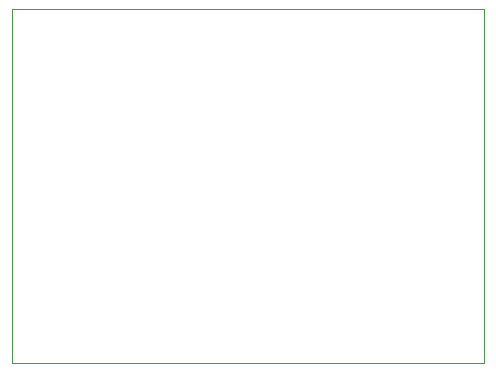
<source format=gbr>
%TF.GenerationSoftware,Altium Limited,Altium Designer,21.9.2 (33)*%
G04 Layer_Color=0*
%FSLAX45Y45*%
%MOMM*%
%TF.SameCoordinates,43275E26-CB7C-43E4-9740-FE9D7F4F9AB3*%
%TF.FilePolarity,Positive*%
%TF.FileFunction,Profile,NP*%
%TF.Part,Single*%
G01*
G75*
%TA.AperFunction,Profile*%
%ADD100C,0.02540*%
D100*
X0Y0D02*
X4000000D01*
Y3000000D01*
X0D01*
Y0D01*
%TF.MD5,e16f3deb95309b76aa0c78ec73c2f128*%
M02*

</source>
